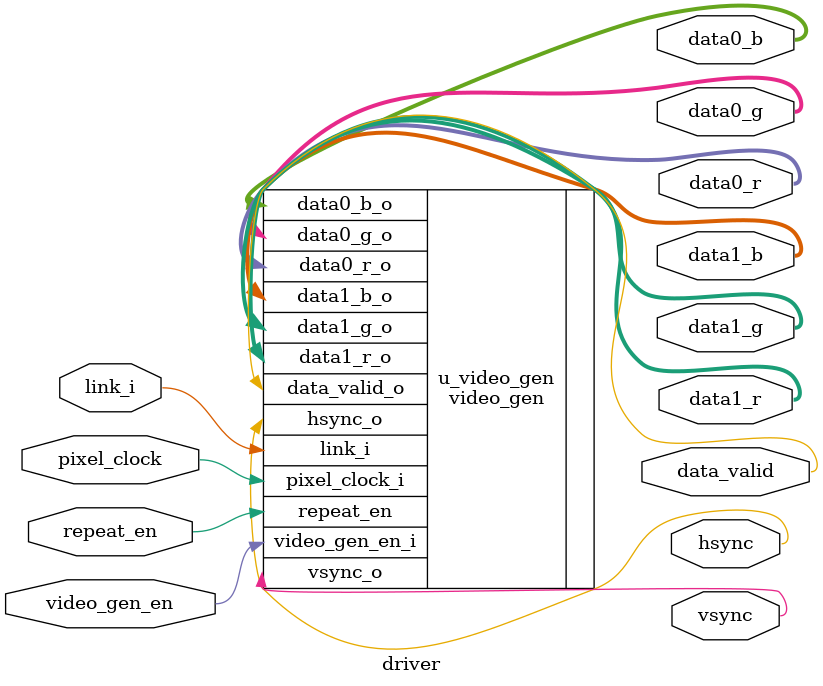
<source format=v>

`timescale 1ns / 1ps

module driver
(
  input        link_i      , //0,µ¥ÏñËØ£»1£¬Ë«ÏñËØ
  input        repeat_en   , //0:bmp increase  , 1:bmp repeat
  input        video_gen_en,
  input        pixel_clock ,
  output       vsync       , 
  output       hsync       , 
  output       data_valid  ,
  output [7:0] data0_r     , 
  output [7:0] data0_g     ,
  output [7:0] data0_b     , 
  output [7:0] data1_r     , 
  output [7:0] data1_g     ,
  output [7:0] data1_b       
);

//========================================================================
parameter BMP_VIDEO_FORMAT    = "1366x768_xHz";   //video format
parameter BMP_PIXEL_CLK_FREQ  = 74.250;//pixel clock frequency, unit: MHz
parameter BMP_WIDTH           = 1366;
parameter BMP_HEIGHT          = 768;
parameter BMP_OPENED_NAME     = "../pic_lib/1366x768/round_24b.bmp";
                              
parameter HSYNC_POL           = "NEGATIVE"; //horizontal synchronization polarity. //"NEGATIVE" //"POSITIVE"
parameter VSYNC_POL           = "NEGATIVE"; //vertical synchronization polarity.   //"NEGATIVE" //"POSITIVE"

//===========================================
video_gen #
(
    .VIDEO_FORMAT    (BMP_VIDEO_FORMAT   ),
    .PIXEL_CLK_FREQ  (BMP_PIXEL_CLK_FREQ ),
    .HOR_RESOLUTION  (BMP_WIDTH          ),
    .VER_RESOLUTION  (BMP_HEIGHT         ),
    .SOURCE_BMP_NAME (BMP_OPENED_NAME    ),
    .HSYNC_POL       (HSYNC_POL          ),
    .VSYNC_POL       (VSYNC_POL          )
)
u_video_gen
(
    .link_i          (link_i      ), //0,µ¥ÏñËØ£»1£¬Ë«ÏñËØ
    .repeat_en       (repeat_en   ), //0:bmp increase  , 1:bmp repeat
    .video_gen_en_i  (video_gen_en),
    .pixel_clock_i   (pixel_clock ),
    .vsync_o         (vsync       ),
    .hsync_o         (hsync       ),
    .data_valid_o    (data_valid  ),
    .data0_r_o       (data0_r     ),
    .data0_g_o       (data0_g     ),
    .data0_b_o       (data0_b     ),
    .data1_r_o       (data1_r     ),
    .data1_g_o       (data1_g     ),
    .data1_b_o       (data1_b     )
);


endmodule

</source>
